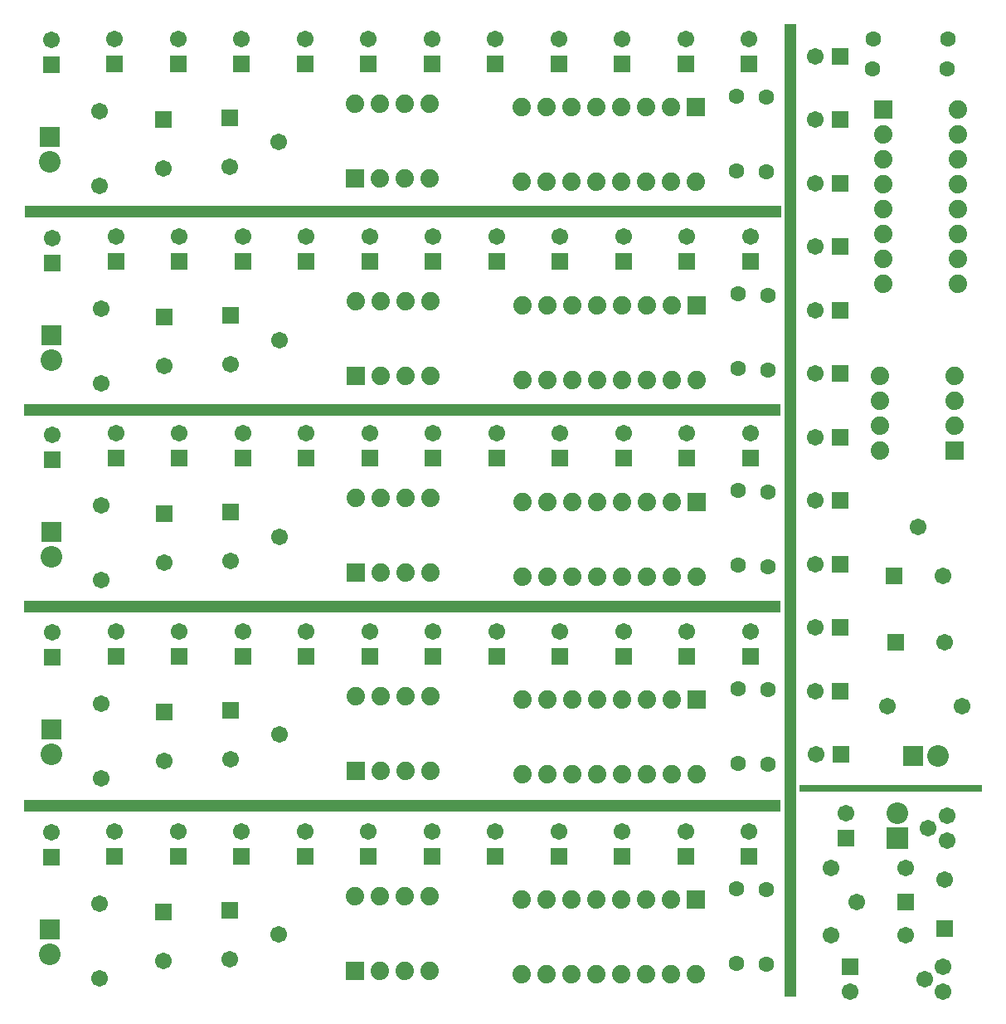
<source format=gbs>
G04 Layer_Color=16711935*
%FSLAX25Y25*%
%MOIN*%
G70*
G01*
G75*
%ADD39R,0.73635X0.02768*%
%ADD40R,0.06706X0.06706*%
%ADD41C,0.06706*%
%ADD42R,0.06706X0.06706*%
%ADD43C,0.08674*%
%ADD44R,0.08674X0.08674*%
%ADD45R,3.03950X0.04737*%
%ADD46C,0.07400*%
%ADD47R,0.07400X0.07400*%
%ADD48R,0.07887X0.07887*%
%ADD49C,0.06312*%
%ADD50C,0.06737*%
%ADD51R,0.06737X0.06737*%
%ADD52R,0.04737X3.90564*%
%ADD53R,0.07400X0.07400*%
%ADD54R,0.07887X0.07887*%
%ADD55R,0.06737X0.06737*%
D39*
X351000Y90000D02*
D03*
D40*
X372500Y33595D02*
D03*
X334500Y18437D02*
D03*
X333000Y69937D02*
D03*
X294500Y143000D02*
D03*
X269000D02*
D03*
X59000Y120685D02*
D03*
X243500Y143000D02*
D03*
X218000D02*
D03*
X192500D02*
D03*
X167000D02*
D03*
X141500D02*
D03*
X116000D02*
D03*
X90500D02*
D03*
X65000D02*
D03*
X39500D02*
D03*
X14000Y142500D02*
D03*
X294500Y222500D02*
D03*
X269000D02*
D03*
X59000Y200185D02*
D03*
X243500Y222500D02*
D03*
X218000D02*
D03*
X192500D02*
D03*
X167000D02*
D03*
X141500D02*
D03*
X116000D02*
D03*
X90500D02*
D03*
X65000D02*
D03*
X39500D02*
D03*
X14000Y222000D02*
D03*
X294500Y301500D02*
D03*
X269000D02*
D03*
X59000Y279185D02*
D03*
X243500Y301500D02*
D03*
X218000D02*
D03*
X192500D02*
D03*
X167000D02*
D03*
X141500D02*
D03*
X116000D02*
D03*
X90500D02*
D03*
X65000D02*
D03*
X39500D02*
D03*
X14000Y301000D02*
D03*
X294000Y381000D02*
D03*
X268500D02*
D03*
X58500Y358685D02*
D03*
X243000Y381000D02*
D03*
X217500D02*
D03*
X192000D02*
D03*
X166500D02*
D03*
X141000D02*
D03*
X115500D02*
D03*
X90000D02*
D03*
X64500D02*
D03*
X39000D02*
D03*
X13500Y380500D02*
D03*
X294000Y62728D02*
D03*
X268500D02*
D03*
X243000D02*
D03*
X217500D02*
D03*
X192000D02*
D03*
X166500D02*
D03*
X141000D02*
D03*
X115500D02*
D03*
X90000D02*
D03*
X64500D02*
D03*
X39000D02*
D03*
X13500Y62228D02*
D03*
X58500Y40413D02*
D03*
D41*
X372500Y53280D02*
D03*
X337158Y44437D02*
D03*
X334500Y8437D02*
D03*
X333000Y79937D02*
D03*
X372000Y8437D02*
D03*
X364500Y13437D02*
D03*
X372000Y18437D02*
D03*
X373500Y68937D02*
D03*
X366000Y73937D02*
D03*
X373500Y78937D02*
D03*
X357000Y30937D02*
D03*
X327000D02*
D03*
X357000Y57937D02*
D03*
X327000D02*
D03*
X320500Y384000D02*
D03*
Y358500D02*
D03*
X372500Y148500D02*
D03*
X320500Y333000D02*
D03*
X379500Y123000D02*
D03*
X349500D02*
D03*
X320500Y307500D02*
D03*
Y282000D02*
D03*
Y256500D02*
D03*
Y231000D02*
D03*
Y205500D02*
D03*
Y180000D02*
D03*
Y154500D02*
D03*
Y129000D02*
D03*
X321000Y103500D02*
D03*
X294500Y153000D02*
D03*
X269000D02*
D03*
X59000Y101000D02*
D03*
X243500Y153000D02*
D03*
X33500Y94000D02*
D03*
Y124000D02*
D03*
X218000Y153000D02*
D03*
X192500D02*
D03*
X167000D02*
D03*
X141500D02*
D03*
X116000D02*
D03*
X90500D02*
D03*
X65000D02*
D03*
X39500D02*
D03*
X14000Y152500D02*
D03*
X294500Y232500D02*
D03*
X269000D02*
D03*
X59000Y180500D02*
D03*
X243500Y232500D02*
D03*
X33500Y173500D02*
D03*
Y203500D02*
D03*
X218000Y232500D02*
D03*
X192500D02*
D03*
X167000D02*
D03*
X141500D02*
D03*
X116000D02*
D03*
X90500D02*
D03*
X65000D02*
D03*
X39500D02*
D03*
X14000Y232000D02*
D03*
X294500Y311500D02*
D03*
X269000D02*
D03*
X59000Y259500D02*
D03*
X243500Y311500D02*
D03*
X33500Y252500D02*
D03*
Y282500D02*
D03*
X218000Y311500D02*
D03*
X192500D02*
D03*
X167000D02*
D03*
X141500D02*
D03*
X116000D02*
D03*
X90500D02*
D03*
X65000D02*
D03*
X39500D02*
D03*
X14000Y311000D02*
D03*
X294000Y391000D02*
D03*
X268500D02*
D03*
X58500Y339000D02*
D03*
X243000Y391000D02*
D03*
X33000Y332000D02*
D03*
Y362000D02*
D03*
X217500Y391000D02*
D03*
X192000D02*
D03*
X166500D02*
D03*
X141000D02*
D03*
X115500D02*
D03*
X90000D02*
D03*
X64500D02*
D03*
X39000D02*
D03*
X13500Y390500D02*
D03*
X294000Y72728D02*
D03*
X268500D02*
D03*
X243000D02*
D03*
X217500D02*
D03*
X192000D02*
D03*
X166500D02*
D03*
X141000D02*
D03*
X115500D02*
D03*
X90000D02*
D03*
X64500D02*
D03*
X39000D02*
D03*
X13500Y72228D02*
D03*
X33000Y13728D02*
D03*
Y43728D02*
D03*
X58500Y20728D02*
D03*
D42*
X356842Y44437D02*
D03*
X330500Y384000D02*
D03*
Y358500D02*
D03*
X352815Y148500D02*
D03*
X330500Y333000D02*
D03*
Y307500D02*
D03*
Y282000D02*
D03*
Y256500D02*
D03*
Y231000D02*
D03*
Y205500D02*
D03*
Y180000D02*
D03*
Y154500D02*
D03*
Y129000D02*
D03*
X331000Y103500D02*
D03*
D43*
X353500Y79937D02*
D03*
X370000Y103000D02*
D03*
X13500Y103500D02*
D03*
Y183000D02*
D03*
Y262000D02*
D03*
X13000Y341500D02*
D03*
Y23228D02*
D03*
D44*
X353500Y69937D02*
D03*
D45*
X154500Y83000D02*
D03*
Y163000D02*
D03*
Y242000D02*
D03*
X155000Y321500D02*
D03*
D46*
X346500Y225500D02*
D03*
Y235500D02*
D03*
Y245500D02*
D03*
Y255500D02*
D03*
X376500D02*
D03*
Y245500D02*
D03*
Y235500D02*
D03*
X378000Y362500D02*
D03*
Y352500D02*
D03*
Y342500D02*
D03*
Y332500D02*
D03*
Y322500D02*
D03*
Y312500D02*
D03*
Y302500D02*
D03*
Y292500D02*
D03*
X348000D02*
D03*
Y302500D02*
D03*
Y312500D02*
D03*
Y322500D02*
D03*
Y332500D02*
D03*
Y342500D02*
D03*
Y352500D02*
D03*
X136000Y127000D02*
D03*
X146000D02*
D03*
X156000D02*
D03*
X166000D02*
D03*
Y97000D02*
D03*
X156000D02*
D03*
X146000D02*
D03*
X273000Y95500D02*
D03*
X263000D02*
D03*
X253000D02*
D03*
X243000D02*
D03*
X233000D02*
D03*
X223000D02*
D03*
X213000D02*
D03*
X203000D02*
D03*
Y125500D02*
D03*
X213000D02*
D03*
X223000D02*
D03*
X233000D02*
D03*
X243000D02*
D03*
X253000D02*
D03*
X263000D02*
D03*
X136000Y206500D02*
D03*
X146000D02*
D03*
X156000D02*
D03*
X166000D02*
D03*
Y176500D02*
D03*
X156000D02*
D03*
X146000D02*
D03*
X273000Y175000D02*
D03*
X263000D02*
D03*
X253000D02*
D03*
X243000D02*
D03*
X233000D02*
D03*
X223000D02*
D03*
X213000D02*
D03*
X203000D02*
D03*
Y205000D02*
D03*
X213000D02*
D03*
X223000D02*
D03*
X233000D02*
D03*
X243000D02*
D03*
X253000D02*
D03*
X263000D02*
D03*
X136000Y285500D02*
D03*
X146000D02*
D03*
X156000D02*
D03*
X166000D02*
D03*
Y255500D02*
D03*
X156000D02*
D03*
X146000D02*
D03*
X273000Y254000D02*
D03*
X263000D02*
D03*
X253000D02*
D03*
X243000D02*
D03*
X233000D02*
D03*
X223000D02*
D03*
X213000D02*
D03*
X203000D02*
D03*
Y284000D02*
D03*
X213000D02*
D03*
X223000D02*
D03*
X233000D02*
D03*
X243000D02*
D03*
X253000D02*
D03*
X263000D02*
D03*
X135500Y365000D02*
D03*
X145500D02*
D03*
X155500D02*
D03*
X165500D02*
D03*
Y335000D02*
D03*
X155500D02*
D03*
X145500D02*
D03*
X272500Y333500D02*
D03*
X262500D02*
D03*
X252500D02*
D03*
X242500D02*
D03*
X232500D02*
D03*
X222500D02*
D03*
X212500D02*
D03*
X202500D02*
D03*
Y363500D02*
D03*
X212500D02*
D03*
X222500D02*
D03*
X232500D02*
D03*
X242500D02*
D03*
X252500D02*
D03*
X262500D02*
D03*
X272500Y15228D02*
D03*
X262500D02*
D03*
X252500D02*
D03*
X242500D02*
D03*
X232500D02*
D03*
X222500D02*
D03*
X212500D02*
D03*
X202500D02*
D03*
Y45228D02*
D03*
X212500D02*
D03*
X222500D02*
D03*
X232500D02*
D03*
X242500D02*
D03*
X252500D02*
D03*
X262500D02*
D03*
X135500Y46728D02*
D03*
X145500D02*
D03*
X155500D02*
D03*
X165500D02*
D03*
Y16728D02*
D03*
X155500D02*
D03*
X145500D02*
D03*
D47*
X376500Y225500D02*
D03*
X348000Y362500D02*
D03*
D48*
X360000Y103000D02*
D03*
D49*
X373500Y379000D02*
D03*
X343500D02*
D03*
X374000Y391000D02*
D03*
X344000D02*
D03*
X289500Y100000D02*
D03*
Y130000D02*
D03*
X301500Y99500D02*
D03*
Y129500D02*
D03*
X289500Y179500D02*
D03*
Y209500D02*
D03*
X301500Y179000D02*
D03*
Y209000D02*
D03*
X289500Y258500D02*
D03*
Y288500D02*
D03*
X301500Y258000D02*
D03*
Y288000D02*
D03*
X289000Y338000D02*
D03*
Y368000D02*
D03*
X301000Y337500D02*
D03*
Y367500D02*
D03*
X289000Y19728D02*
D03*
Y49728D02*
D03*
X301000Y19228D02*
D03*
Y49228D02*
D03*
D50*
X371843Y175157D02*
D03*
X362000Y194843D02*
D03*
X85657Y101657D02*
D03*
X105343Y111500D02*
D03*
X85657Y181157D02*
D03*
X105343Y191000D02*
D03*
X85657Y260157D02*
D03*
X105343Y270000D02*
D03*
X85157Y339657D02*
D03*
X104843Y349500D02*
D03*
X85157Y21386D02*
D03*
X104843Y31228D02*
D03*
D51*
X352157Y175157D02*
D03*
D52*
X310500Y201500D02*
D03*
D53*
X136000Y97000D02*
D03*
X273000Y125500D02*
D03*
X136000Y176500D02*
D03*
X273000Y205000D02*
D03*
X136000Y255500D02*
D03*
X273000Y284000D02*
D03*
X135500Y335000D02*
D03*
X272500Y363500D02*
D03*
Y45228D02*
D03*
X135500Y16728D02*
D03*
D54*
X13500Y113500D02*
D03*
Y193000D02*
D03*
Y272000D02*
D03*
X13000Y351500D02*
D03*
Y33228D02*
D03*
D55*
X85657Y121343D02*
D03*
Y200843D02*
D03*
Y279843D02*
D03*
X85157Y359343D02*
D03*
Y41071D02*
D03*
M02*

</source>
